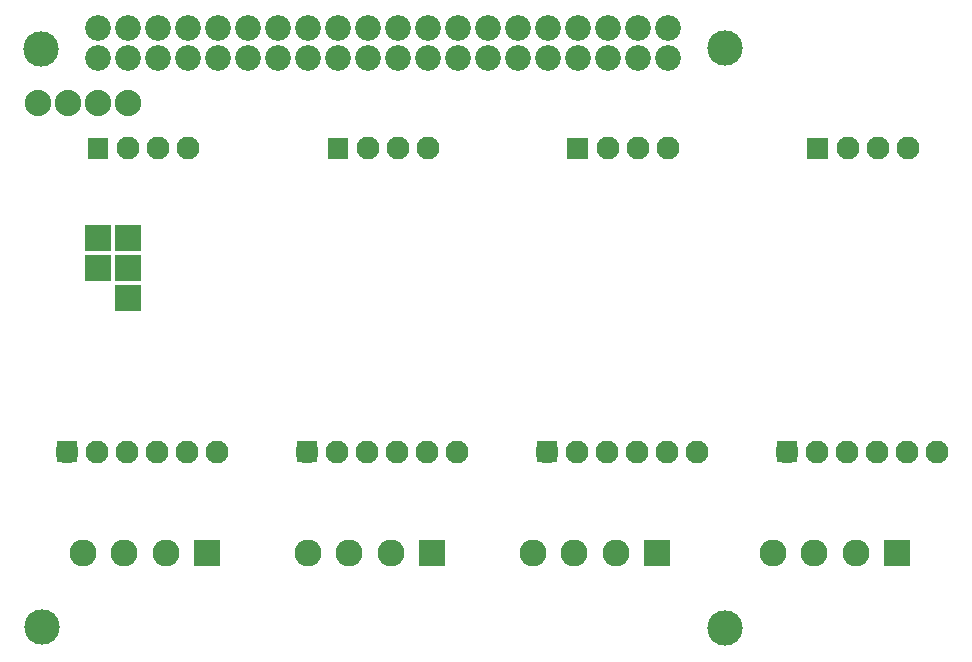
<source format=gbs>
G04 MADE WITH FRITZING*
G04 WWW.FRITZING.ORG*
G04 DOUBLE SIDED*
G04 HOLES PLATED*
G04 CONTOUR ON CENTER OF CONTOUR VECTOR*
%ASAXBY*%
%FSLAX23Y23*%
%MOIN*%
%OFA0B0*%
%SFA1.0B1.0*%
%ADD10C,0.076555*%
%ADD11C,0.059194*%
%ADD12C,0.090000*%
%ADD13C,0.088000*%
%ADD14C,0.085361*%
%ADD15C,0.118268*%
%ADD16R,0.090000X0.090000*%
%ADD17R,0.088740X0.088740*%
%ADD18R,0.001000X0.001000*%
%LNMASK0*%
G90*
G70*
G54D10*
X341Y726D03*
X441Y726D03*
X541Y726D03*
X641Y726D03*
X741Y726D03*
X241Y726D03*
X443Y1738D03*
X543Y1738D03*
G54D11*
X343Y1738D03*
G54D10*
X643Y1738D03*
X1141Y726D03*
X1241Y726D03*
X1341Y726D03*
X1441Y726D03*
X1541Y726D03*
X1041Y726D03*
X1243Y1738D03*
X1343Y1738D03*
G54D11*
X1143Y1738D03*
G54D10*
X1443Y1738D03*
X1941Y726D03*
X2041Y726D03*
X2141Y726D03*
X2241Y726D03*
X2341Y726D03*
X1841Y726D03*
X2043Y1738D03*
X2143Y1738D03*
G54D11*
X1943Y1738D03*
G54D10*
X2243Y1738D03*
X2741Y726D03*
X2841Y726D03*
X2941Y726D03*
X3041Y726D03*
X3141Y726D03*
X2641Y726D03*
X2843Y1738D03*
X2943Y1738D03*
G54D11*
X2743Y1738D03*
G54D10*
X3043Y1738D03*
G54D12*
X707Y388D03*
X569Y388D03*
X431Y388D03*
X293Y388D03*
X3007Y388D03*
X2869Y388D03*
X2731Y388D03*
X2593Y388D03*
X1457Y388D03*
X1319Y388D03*
X1181Y388D03*
X1043Y388D03*
X2207Y388D03*
X2069Y388D03*
X1931Y388D03*
X1793Y388D03*
G54D13*
X443Y1888D03*
X343Y1888D03*
X243Y1888D03*
X143Y1888D03*
G54D14*
X343Y2038D03*
X443Y2038D03*
X543Y2038D03*
X643Y2038D03*
X743Y2038D03*
X843Y2038D03*
X943Y2038D03*
X1043Y2038D03*
X1143Y2038D03*
X1243Y2038D03*
X1343Y2038D03*
X1443Y2038D03*
X1543Y2038D03*
X1643Y2038D03*
X1743Y2038D03*
X1843Y2038D03*
X1943Y2038D03*
X2043Y2038D03*
X2143Y2038D03*
X2243Y2038D03*
X2243Y2138D03*
X2143Y2138D03*
X2043Y2138D03*
X1943Y2138D03*
X1843Y2138D03*
X1743Y2138D03*
X1643Y2138D03*
X1543Y2138D03*
X1443Y2138D03*
X1343Y2138D03*
X1243Y2138D03*
X1143Y2138D03*
X1043Y2138D03*
X943Y2138D03*
X843Y2138D03*
X743Y2138D03*
X643Y2138D03*
X543Y2138D03*
X443Y2138D03*
X343Y2138D03*
G54D15*
X2433Y2072D03*
X153Y2071D03*
X157Y142D03*
X2432Y138D03*
G54D16*
X707Y388D03*
X3007Y388D03*
X1457Y388D03*
X2207Y388D03*
G54D17*
X443Y1238D03*
X343Y1338D03*
X443Y1338D03*
X343Y1438D03*
X443Y1438D03*
G54D18*
X309Y1773D02*
X377Y1773D01*
X1109Y1773D02*
X1177Y1773D01*
X1908Y1773D02*
X1977Y1773D01*
X2708Y1773D02*
X2777Y1773D01*
X309Y1772D02*
X377Y1772D01*
X1109Y1772D02*
X1177Y1772D01*
X1908Y1772D02*
X1977Y1772D01*
X2708Y1772D02*
X2777Y1772D01*
X309Y1771D02*
X377Y1771D01*
X1109Y1771D02*
X1177Y1771D01*
X1908Y1771D02*
X1977Y1771D01*
X2708Y1771D02*
X2777Y1771D01*
X309Y1770D02*
X377Y1770D01*
X1109Y1770D02*
X1177Y1770D01*
X1908Y1770D02*
X1977Y1770D01*
X2708Y1770D02*
X2777Y1770D01*
X309Y1769D02*
X377Y1769D01*
X1109Y1769D02*
X1177Y1769D01*
X1908Y1769D02*
X1977Y1769D01*
X2708Y1769D02*
X2777Y1769D01*
X309Y1768D02*
X377Y1768D01*
X1109Y1768D02*
X1177Y1768D01*
X1908Y1768D02*
X1977Y1768D01*
X2708Y1768D02*
X2777Y1768D01*
X309Y1767D02*
X377Y1767D01*
X1109Y1767D02*
X1177Y1767D01*
X1908Y1767D02*
X1977Y1767D01*
X2708Y1767D02*
X2777Y1767D01*
X309Y1766D02*
X377Y1766D01*
X1109Y1766D02*
X1177Y1766D01*
X1908Y1766D02*
X1977Y1766D01*
X2708Y1766D02*
X2777Y1766D01*
X309Y1765D02*
X377Y1765D01*
X1109Y1765D02*
X1177Y1765D01*
X1908Y1765D02*
X1977Y1765D01*
X2708Y1765D02*
X2777Y1765D01*
X309Y1764D02*
X377Y1764D01*
X1109Y1764D02*
X1177Y1764D01*
X1908Y1764D02*
X1977Y1764D01*
X2708Y1764D02*
X2777Y1764D01*
X309Y1763D02*
X377Y1763D01*
X1109Y1763D02*
X1177Y1763D01*
X1908Y1763D02*
X1977Y1763D01*
X2708Y1763D02*
X2777Y1763D01*
X309Y1762D02*
X377Y1762D01*
X1109Y1762D02*
X1177Y1762D01*
X1908Y1762D02*
X1977Y1762D01*
X2708Y1762D02*
X2777Y1762D01*
X309Y1761D02*
X377Y1761D01*
X1109Y1761D02*
X1177Y1761D01*
X1908Y1761D02*
X1977Y1761D01*
X2708Y1761D02*
X2777Y1761D01*
X309Y1760D02*
X377Y1760D01*
X1109Y1760D02*
X1177Y1760D01*
X1908Y1760D02*
X1977Y1760D01*
X2708Y1760D02*
X2777Y1760D01*
X309Y1759D02*
X377Y1759D01*
X1109Y1759D02*
X1177Y1759D01*
X1908Y1759D02*
X1977Y1759D01*
X2708Y1759D02*
X2777Y1759D01*
X309Y1758D02*
X377Y1758D01*
X1109Y1758D02*
X1177Y1758D01*
X1908Y1758D02*
X1977Y1758D01*
X2708Y1758D02*
X2777Y1758D01*
X309Y1757D02*
X377Y1757D01*
X1109Y1757D02*
X1177Y1757D01*
X1908Y1757D02*
X1977Y1757D01*
X2708Y1757D02*
X2777Y1757D01*
X309Y1756D02*
X377Y1756D01*
X1109Y1756D02*
X1177Y1756D01*
X1908Y1756D02*
X1977Y1756D01*
X2708Y1756D02*
X2777Y1756D01*
X309Y1755D02*
X377Y1755D01*
X1109Y1755D02*
X1177Y1755D01*
X1908Y1755D02*
X1977Y1755D01*
X2708Y1755D02*
X2777Y1755D01*
X309Y1754D02*
X377Y1754D01*
X1109Y1754D02*
X1177Y1754D01*
X1908Y1754D02*
X1977Y1754D01*
X2708Y1754D02*
X2777Y1754D01*
X309Y1753D02*
X377Y1753D01*
X1109Y1753D02*
X1177Y1753D01*
X1908Y1753D02*
X1977Y1753D01*
X2708Y1753D02*
X2777Y1753D01*
X309Y1752D02*
X340Y1752D01*
X346Y1752D02*
X377Y1752D01*
X1109Y1752D02*
X1140Y1752D01*
X1146Y1752D02*
X1177Y1752D01*
X1908Y1752D02*
X1940Y1752D01*
X1946Y1752D02*
X1977Y1752D01*
X2708Y1752D02*
X2739Y1752D01*
X2746Y1752D02*
X2777Y1752D01*
X309Y1751D02*
X337Y1751D01*
X349Y1751D02*
X377Y1751D01*
X1109Y1751D02*
X1137Y1751D01*
X1149Y1751D02*
X1177Y1751D01*
X1908Y1751D02*
X1937Y1751D01*
X1949Y1751D02*
X1977Y1751D01*
X2708Y1751D02*
X2736Y1751D01*
X2749Y1751D02*
X2777Y1751D01*
X309Y1750D02*
X335Y1750D01*
X351Y1750D02*
X377Y1750D01*
X1109Y1750D02*
X1135Y1750D01*
X1151Y1750D02*
X1177Y1750D01*
X1908Y1750D02*
X1935Y1750D01*
X1951Y1750D02*
X1977Y1750D01*
X2708Y1750D02*
X2735Y1750D01*
X2751Y1750D02*
X2777Y1750D01*
X309Y1749D02*
X334Y1749D01*
X352Y1749D02*
X377Y1749D01*
X1109Y1749D02*
X1134Y1749D01*
X1152Y1749D02*
X1177Y1749D01*
X1908Y1749D02*
X1934Y1749D01*
X1952Y1749D02*
X1977Y1749D01*
X2708Y1749D02*
X2734Y1749D01*
X2752Y1749D02*
X2777Y1749D01*
X309Y1748D02*
X333Y1748D01*
X353Y1748D02*
X377Y1748D01*
X1109Y1748D02*
X1133Y1748D01*
X1153Y1748D02*
X1177Y1748D01*
X1908Y1748D02*
X1933Y1748D01*
X1953Y1748D02*
X1977Y1748D01*
X2708Y1748D02*
X2732Y1748D01*
X2753Y1748D02*
X2777Y1748D01*
X309Y1747D02*
X332Y1747D01*
X354Y1747D02*
X377Y1747D01*
X1109Y1747D02*
X1132Y1747D01*
X1154Y1747D02*
X1177Y1747D01*
X1908Y1747D02*
X1932Y1747D01*
X1954Y1747D02*
X1977Y1747D01*
X2708Y1747D02*
X2732Y1747D01*
X2754Y1747D02*
X2777Y1747D01*
X309Y1746D02*
X331Y1746D01*
X355Y1746D02*
X377Y1746D01*
X1109Y1746D02*
X1131Y1746D01*
X1155Y1746D02*
X1177Y1746D01*
X1908Y1746D02*
X1931Y1746D01*
X1955Y1746D02*
X1977Y1746D01*
X2708Y1746D02*
X2731Y1746D01*
X2755Y1746D02*
X2777Y1746D01*
X309Y1745D02*
X330Y1745D01*
X355Y1745D02*
X377Y1745D01*
X1109Y1745D02*
X1130Y1745D01*
X1155Y1745D02*
X1177Y1745D01*
X1908Y1745D02*
X1930Y1745D01*
X1955Y1745D02*
X1977Y1745D01*
X2708Y1745D02*
X2730Y1745D01*
X2755Y1745D02*
X2777Y1745D01*
X309Y1744D02*
X330Y1744D01*
X356Y1744D02*
X377Y1744D01*
X1109Y1744D02*
X1130Y1744D01*
X1156Y1744D02*
X1177Y1744D01*
X1908Y1744D02*
X1930Y1744D01*
X1956Y1744D02*
X1977Y1744D01*
X2708Y1744D02*
X2730Y1744D01*
X2756Y1744D02*
X2777Y1744D01*
X309Y1743D02*
X330Y1743D01*
X356Y1743D02*
X377Y1743D01*
X1109Y1743D02*
X1129Y1743D01*
X1156Y1743D02*
X1177Y1743D01*
X1908Y1743D02*
X1929Y1743D01*
X1956Y1743D02*
X1977Y1743D01*
X2708Y1743D02*
X2729Y1743D01*
X2756Y1743D02*
X2777Y1743D01*
X309Y1742D02*
X329Y1742D01*
X357Y1742D02*
X377Y1742D01*
X1109Y1742D02*
X1129Y1742D01*
X1156Y1742D02*
X1177Y1742D01*
X1908Y1742D02*
X1929Y1742D01*
X1956Y1742D02*
X1977Y1742D01*
X2708Y1742D02*
X2729Y1742D01*
X2756Y1742D02*
X2777Y1742D01*
X309Y1741D02*
X329Y1741D01*
X357Y1741D02*
X377Y1741D01*
X1109Y1741D02*
X1129Y1741D01*
X1157Y1741D02*
X1177Y1741D01*
X1908Y1741D02*
X1929Y1741D01*
X1957Y1741D02*
X1977Y1741D01*
X2708Y1741D02*
X2729Y1741D01*
X2757Y1741D02*
X2777Y1741D01*
X309Y1740D02*
X329Y1740D01*
X357Y1740D02*
X377Y1740D01*
X1109Y1740D02*
X1129Y1740D01*
X1157Y1740D02*
X1177Y1740D01*
X1908Y1740D02*
X1929Y1740D01*
X1957Y1740D02*
X1977Y1740D01*
X2708Y1740D02*
X2729Y1740D01*
X2757Y1740D02*
X2777Y1740D01*
X309Y1739D02*
X329Y1739D01*
X357Y1739D02*
X377Y1739D01*
X1109Y1739D02*
X1129Y1739D01*
X1157Y1739D02*
X1177Y1739D01*
X1908Y1739D02*
X1929Y1739D01*
X1957Y1739D02*
X1977Y1739D01*
X2708Y1739D02*
X2729Y1739D01*
X2757Y1739D02*
X2777Y1739D01*
X309Y1738D02*
X329Y1738D01*
X357Y1738D02*
X377Y1738D01*
X1109Y1738D02*
X1129Y1738D01*
X1157Y1738D02*
X1177Y1738D01*
X1908Y1738D02*
X1929Y1738D01*
X1957Y1738D02*
X1977Y1738D01*
X2708Y1738D02*
X2729Y1738D01*
X2757Y1738D02*
X2777Y1738D01*
X309Y1737D02*
X329Y1737D01*
X357Y1737D02*
X377Y1737D01*
X1109Y1737D02*
X1129Y1737D01*
X1157Y1737D02*
X1177Y1737D01*
X1908Y1737D02*
X1929Y1737D01*
X1957Y1737D02*
X1977Y1737D01*
X2708Y1737D02*
X2729Y1737D01*
X2757Y1737D02*
X2777Y1737D01*
X309Y1736D02*
X329Y1736D01*
X357Y1736D02*
X377Y1736D01*
X1109Y1736D02*
X1129Y1736D01*
X1157Y1736D02*
X1177Y1736D01*
X1908Y1736D02*
X1929Y1736D01*
X1957Y1736D02*
X1977Y1736D01*
X2708Y1736D02*
X2729Y1736D01*
X2757Y1736D02*
X2777Y1736D01*
X309Y1735D02*
X329Y1735D01*
X356Y1735D02*
X377Y1735D01*
X1109Y1735D02*
X1129Y1735D01*
X1156Y1735D02*
X1177Y1735D01*
X1908Y1735D02*
X1929Y1735D01*
X1956Y1735D02*
X1977Y1735D01*
X2708Y1735D02*
X2729Y1735D01*
X2756Y1735D02*
X2777Y1735D01*
X309Y1734D02*
X330Y1734D01*
X356Y1734D02*
X377Y1734D01*
X1109Y1734D02*
X1130Y1734D01*
X1156Y1734D02*
X1177Y1734D01*
X1908Y1734D02*
X1930Y1734D01*
X1956Y1734D02*
X1977Y1734D01*
X2708Y1734D02*
X2730Y1734D01*
X2756Y1734D02*
X2777Y1734D01*
X309Y1733D02*
X330Y1733D01*
X356Y1733D02*
X377Y1733D01*
X1109Y1733D02*
X1130Y1733D01*
X1156Y1733D02*
X1177Y1733D01*
X1908Y1733D02*
X1930Y1733D01*
X1956Y1733D02*
X1977Y1733D01*
X2708Y1733D02*
X2730Y1733D01*
X2756Y1733D02*
X2777Y1733D01*
X309Y1732D02*
X331Y1732D01*
X355Y1732D02*
X377Y1732D01*
X1109Y1732D02*
X1131Y1732D01*
X1155Y1732D02*
X1177Y1732D01*
X1908Y1732D02*
X1931Y1732D01*
X1955Y1732D02*
X1977Y1732D01*
X2708Y1732D02*
X2731Y1732D01*
X2755Y1732D02*
X2777Y1732D01*
X309Y1731D02*
X331Y1731D01*
X354Y1731D02*
X377Y1731D01*
X1109Y1731D02*
X1131Y1731D01*
X1154Y1731D02*
X1177Y1731D01*
X1908Y1731D02*
X1931Y1731D01*
X1954Y1731D02*
X1977Y1731D01*
X2708Y1731D02*
X2731Y1731D01*
X2754Y1731D02*
X2777Y1731D01*
X309Y1730D02*
X332Y1730D01*
X354Y1730D02*
X377Y1730D01*
X1109Y1730D02*
X1132Y1730D01*
X1154Y1730D02*
X1177Y1730D01*
X1908Y1730D02*
X1932Y1730D01*
X1954Y1730D02*
X1977Y1730D01*
X2708Y1730D02*
X2732Y1730D01*
X2753Y1730D02*
X2777Y1730D01*
X309Y1729D02*
X333Y1729D01*
X353Y1729D02*
X377Y1729D01*
X1109Y1729D02*
X1133Y1729D01*
X1153Y1729D02*
X1177Y1729D01*
X1908Y1729D02*
X1933Y1729D01*
X1953Y1729D02*
X1977Y1729D01*
X2708Y1729D02*
X2733Y1729D01*
X2753Y1729D02*
X2777Y1729D01*
X309Y1728D02*
X334Y1728D01*
X352Y1728D02*
X377Y1728D01*
X1109Y1728D02*
X1134Y1728D01*
X1151Y1728D02*
X1177Y1728D01*
X1908Y1728D02*
X1934Y1728D01*
X1951Y1728D02*
X1977Y1728D01*
X2708Y1728D02*
X2734Y1728D01*
X2751Y1728D02*
X2777Y1728D01*
X309Y1727D02*
X336Y1727D01*
X350Y1727D02*
X377Y1727D01*
X1109Y1727D02*
X1136Y1727D01*
X1150Y1727D02*
X1177Y1727D01*
X1908Y1727D02*
X1936Y1727D01*
X1950Y1727D02*
X1977Y1727D01*
X2708Y1727D02*
X2736Y1727D01*
X2750Y1727D02*
X2777Y1727D01*
X309Y1726D02*
X338Y1726D01*
X348Y1726D02*
X377Y1726D01*
X1109Y1726D02*
X1138Y1726D01*
X1148Y1726D02*
X1177Y1726D01*
X1908Y1726D02*
X1938Y1726D01*
X1948Y1726D02*
X1977Y1726D01*
X2708Y1726D02*
X2738Y1726D01*
X2748Y1726D02*
X2777Y1726D01*
X309Y1725D02*
X377Y1725D01*
X1109Y1725D02*
X1177Y1725D01*
X1908Y1725D02*
X1977Y1725D01*
X2708Y1725D02*
X2777Y1725D01*
X309Y1724D02*
X377Y1724D01*
X1109Y1724D02*
X1177Y1724D01*
X1908Y1724D02*
X1977Y1724D01*
X2708Y1724D02*
X2777Y1724D01*
X309Y1723D02*
X377Y1723D01*
X1109Y1723D02*
X1177Y1723D01*
X1908Y1723D02*
X1977Y1723D01*
X2708Y1723D02*
X2777Y1723D01*
X309Y1722D02*
X377Y1722D01*
X1109Y1722D02*
X1177Y1722D01*
X1908Y1722D02*
X1977Y1722D01*
X2708Y1722D02*
X2777Y1722D01*
X309Y1721D02*
X377Y1721D01*
X1109Y1721D02*
X1177Y1721D01*
X1908Y1721D02*
X1977Y1721D01*
X2708Y1721D02*
X2777Y1721D01*
X309Y1720D02*
X377Y1720D01*
X1109Y1720D02*
X1177Y1720D01*
X1908Y1720D02*
X1977Y1720D01*
X2708Y1720D02*
X2777Y1720D01*
X309Y1719D02*
X377Y1719D01*
X1109Y1719D02*
X1177Y1719D01*
X1908Y1719D02*
X1977Y1719D01*
X2708Y1719D02*
X2777Y1719D01*
X309Y1718D02*
X377Y1718D01*
X1109Y1718D02*
X1177Y1718D01*
X1908Y1718D02*
X1977Y1718D01*
X2708Y1718D02*
X2777Y1718D01*
X309Y1717D02*
X377Y1717D01*
X1109Y1717D02*
X1177Y1717D01*
X1908Y1717D02*
X1977Y1717D01*
X2708Y1717D02*
X2777Y1717D01*
X309Y1716D02*
X377Y1716D01*
X1109Y1716D02*
X1177Y1716D01*
X1908Y1716D02*
X1977Y1716D01*
X2708Y1716D02*
X2777Y1716D01*
X309Y1715D02*
X377Y1715D01*
X1109Y1715D02*
X1177Y1715D01*
X1908Y1715D02*
X1977Y1715D01*
X2708Y1715D02*
X2777Y1715D01*
X309Y1714D02*
X377Y1714D01*
X1109Y1714D02*
X1177Y1714D01*
X1908Y1714D02*
X1977Y1714D01*
X2708Y1714D02*
X2777Y1714D01*
X309Y1713D02*
X377Y1713D01*
X1109Y1713D02*
X1177Y1713D01*
X1908Y1713D02*
X1977Y1713D01*
X2708Y1713D02*
X2777Y1713D01*
X309Y1712D02*
X377Y1712D01*
X1109Y1712D02*
X1177Y1712D01*
X1908Y1712D02*
X1977Y1712D01*
X2708Y1712D02*
X2777Y1712D01*
X309Y1711D02*
X377Y1711D01*
X1109Y1711D02*
X1177Y1711D01*
X1908Y1711D02*
X1977Y1711D01*
X2708Y1711D02*
X2777Y1711D01*
X309Y1710D02*
X377Y1710D01*
X1109Y1710D02*
X1177Y1710D01*
X1908Y1710D02*
X1977Y1710D01*
X2708Y1710D02*
X2777Y1710D01*
X309Y1709D02*
X377Y1709D01*
X1109Y1709D02*
X1177Y1709D01*
X1908Y1709D02*
X1977Y1709D01*
X2708Y1709D02*
X2777Y1709D01*
X309Y1708D02*
X377Y1708D01*
X1109Y1708D02*
X1177Y1708D01*
X1908Y1708D02*
X1977Y1708D01*
X2708Y1708D02*
X2777Y1708D01*
X309Y1707D02*
X377Y1707D01*
X1109Y1707D02*
X1177Y1707D01*
X1908Y1707D02*
X1977Y1707D01*
X2708Y1707D02*
X2777Y1707D01*
X309Y1706D02*
X377Y1706D01*
X1109Y1706D02*
X1177Y1706D01*
X1908Y1706D02*
X1977Y1706D01*
X2708Y1706D02*
X2777Y1706D01*
X309Y1705D02*
X377Y1705D01*
X1109Y1705D02*
X1177Y1705D01*
X1908Y1705D02*
X1977Y1705D01*
X2708Y1705D02*
X2777Y1705D01*
X309Y1704D02*
X377Y1704D01*
X1109Y1704D02*
X1177Y1704D01*
X1909Y1704D02*
X1977Y1704D01*
X2709Y1704D02*
X2777Y1704D01*
X206Y761D02*
X274Y761D01*
X1006Y761D02*
X1074Y761D01*
X1806Y761D02*
X1874Y761D01*
X2606Y761D02*
X2674Y761D01*
X206Y760D02*
X274Y760D01*
X1006Y760D02*
X1074Y760D01*
X1806Y760D02*
X1874Y760D01*
X2606Y760D02*
X2674Y760D01*
X206Y759D02*
X274Y759D01*
X1006Y759D02*
X1074Y759D01*
X1806Y759D02*
X1874Y759D01*
X2606Y759D02*
X2674Y759D01*
X206Y758D02*
X274Y758D01*
X1006Y758D02*
X1074Y758D01*
X1806Y758D02*
X1874Y758D01*
X2606Y758D02*
X2674Y758D01*
X206Y757D02*
X274Y757D01*
X1006Y757D02*
X1074Y757D01*
X1806Y757D02*
X1874Y757D01*
X2606Y757D02*
X2674Y757D01*
X206Y756D02*
X274Y756D01*
X1006Y756D02*
X1074Y756D01*
X1806Y756D02*
X1874Y756D01*
X2606Y756D02*
X2674Y756D01*
X206Y755D02*
X274Y755D01*
X1006Y755D02*
X1074Y755D01*
X1806Y755D02*
X1874Y755D01*
X2606Y755D02*
X2674Y755D01*
X206Y754D02*
X274Y754D01*
X1006Y754D02*
X1074Y754D01*
X1806Y754D02*
X1874Y754D01*
X2606Y754D02*
X2674Y754D01*
X206Y753D02*
X274Y753D01*
X1006Y753D02*
X1074Y753D01*
X1806Y753D02*
X1874Y753D01*
X2606Y753D02*
X2674Y753D01*
X206Y752D02*
X274Y752D01*
X1006Y752D02*
X1074Y752D01*
X1806Y752D02*
X1874Y752D01*
X2606Y752D02*
X2674Y752D01*
X206Y751D02*
X274Y751D01*
X1006Y751D02*
X1074Y751D01*
X1806Y751D02*
X1874Y751D01*
X2606Y751D02*
X2674Y751D01*
X206Y750D02*
X274Y750D01*
X1006Y750D02*
X1074Y750D01*
X1806Y750D02*
X1874Y750D01*
X2606Y750D02*
X2674Y750D01*
X206Y749D02*
X274Y749D01*
X1006Y749D02*
X1074Y749D01*
X1806Y749D02*
X1874Y749D01*
X2606Y749D02*
X2674Y749D01*
X206Y748D02*
X274Y748D01*
X1006Y748D02*
X1074Y748D01*
X1806Y748D02*
X1874Y748D01*
X2606Y748D02*
X2674Y748D01*
X206Y747D02*
X274Y747D01*
X1006Y747D02*
X1074Y747D01*
X1806Y747D02*
X1874Y747D01*
X2606Y747D02*
X2674Y747D01*
X206Y746D02*
X274Y746D01*
X1006Y746D02*
X1074Y746D01*
X1806Y746D02*
X1874Y746D01*
X2606Y746D02*
X2674Y746D01*
X206Y745D02*
X274Y745D01*
X1006Y745D02*
X1074Y745D01*
X1806Y745D02*
X1874Y745D01*
X2606Y745D02*
X2674Y745D01*
X206Y744D02*
X274Y744D01*
X1006Y744D02*
X1074Y744D01*
X1806Y744D02*
X1874Y744D01*
X2606Y744D02*
X2674Y744D01*
X206Y743D02*
X274Y743D01*
X1006Y743D02*
X1074Y743D01*
X1806Y743D02*
X1874Y743D01*
X2606Y743D02*
X2674Y743D01*
X206Y742D02*
X274Y742D01*
X1006Y742D02*
X1074Y742D01*
X1806Y742D02*
X1874Y742D01*
X2606Y742D02*
X2674Y742D01*
X206Y741D02*
X274Y741D01*
X1006Y741D02*
X1074Y741D01*
X1806Y741D02*
X1874Y741D01*
X2606Y741D02*
X2674Y741D01*
X206Y740D02*
X237Y740D01*
X243Y740D02*
X274Y740D01*
X1006Y740D02*
X1037Y740D01*
X1043Y740D02*
X1074Y740D01*
X1806Y740D02*
X1837Y740D01*
X1843Y740D02*
X1874Y740D01*
X2606Y740D02*
X2637Y740D01*
X2643Y740D02*
X2674Y740D01*
X206Y739D02*
X234Y739D01*
X246Y739D02*
X274Y739D01*
X1006Y739D02*
X1034Y739D01*
X1046Y739D02*
X1074Y739D01*
X1806Y739D02*
X1834Y739D01*
X1846Y739D02*
X1874Y739D01*
X2606Y739D02*
X2634Y739D01*
X2646Y739D02*
X2674Y739D01*
X206Y738D02*
X232Y738D01*
X248Y738D02*
X274Y738D01*
X1006Y738D02*
X1032Y738D01*
X1048Y738D02*
X1074Y738D01*
X1806Y738D02*
X1832Y738D01*
X1848Y738D02*
X1874Y738D01*
X2606Y738D02*
X2632Y738D01*
X2648Y738D02*
X2674Y738D01*
X206Y737D02*
X231Y737D01*
X249Y737D02*
X274Y737D01*
X1006Y737D02*
X1031Y737D01*
X1049Y737D02*
X1074Y737D01*
X1806Y737D02*
X1831Y737D01*
X1849Y737D02*
X1874Y737D01*
X2606Y737D02*
X2631Y737D01*
X2649Y737D02*
X2674Y737D01*
X206Y736D02*
X230Y736D01*
X250Y736D02*
X274Y736D01*
X1006Y736D02*
X1030Y736D01*
X1050Y736D02*
X1074Y736D01*
X1806Y736D02*
X1830Y736D01*
X1850Y736D02*
X1874Y736D01*
X2606Y736D02*
X2630Y736D01*
X2650Y736D02*
X2674Y736D01*
X206Y735D02*
X229Y735D01*
X251Y735D02*
X274Y735D01*
X1006Y735D02*
X1029Y735D01*
X1051Y735D02*
X1074Y735D01*
X1806Y735D02*
X1829Y735D01*
X1851Y735D02*
X1874Y735D01*
X2606Y735D02*
X2629Y735D01*
X2651Y735D02*
X2674Y735D01*
X206Y734D02*
X228Y734D01*
X252Y734D02*
X274Y734D01*
X1006Y734D02*
X1028Y734D01*
X1052Y734D02*
X1074Y734D01*
X1806Y734D02*
X1828Y734D01*
X1852Y734D02*
X1874Y734D01*
X2606Y734D02*
X2628Y734D01*
X2652Y734D02*
X2674Y734D01*
X206Y733D02*
X228Y733D01*
X253Y733D02*
X274Y733D01*
X1006Y733D02*
X1028Y733D01*
X1053Y733D02*
X1074Y733D01*
X1806Y733D02*
X1828Y733D01*
X1852Y733D02*
X1874Y733D01*
X2606Y733D02*
X2628Y733D01*
X2652Y733D02*
X2674Y733D01*
X206Y732D02*
X227Y732D01*
X253Y732D02*
X274Y732D01*
X1006Y732D02*
X1027Y732D01*
X1053Y732D02*
X1074Y732D01*
X1806Y732D02*
X1827Y732D01*
X1853Y732D02*
X1874Y732D01*
X2606Y732D02*
X2627Y732D01*
X2653Y732D02*
X2674Y732D01*
X206Y731D02*
X227Y731D01*
X253Y731D02*
X274Y731D01*
X1006Y731D02*
X1027Y731D01*
X1053Y731D02*
X1074Y731D01*
X1806Y731D02*
X1827Y731D01*
X1853Y731D02*
X1874Y731D01*
X2606Y731D02*
X2627Y731D01*
X2653Y731D02*
X2674Y731D01*
X206Y730D02*
X226Y730D01*
X254Y730D02*
X274Y730D01*
X1006Y730D02*
X1026Y730D01*
X1054Y730D02*
X1074Y730D01*
X1806Y730D02*
X1826Y730D01*
X1854Y730D02*
X1874Y730D01*
X2606Y730D02*
X2626Y730D01*
X2654Y730D02*
X2674Y730D01*
X206Y729D02*
X226Y729D01*
X254Y729D02*
X274Y729D01*
X1006Y729D02*
X1026Y729D01*
X1054Y729D02*
X1074Y729D01*
X1806Y729D02*
X1826Y729D01*
X1854Y729D02*
X1874Y729D01*
X2606Y729D02*
X2626Y729D01*
X2654Y729D02*
X2674Y729D01*
X206Y728D02*
X226Y728D01*
X254Y728D02*
X274Y728D01*
X1006Y728D02*
X1026Y728D01*
X1054Y728D02*
X1074Y728D01*
X1806Y728D02*
X1826Y728D01*
X1854Y728D02*
X1874Y728D01*
X2606Y728D02*
X2626Y728D01*
X2654Y728D02*
X2674Y728D01*
X206Y727D02*
X226Y727D01*
X254Y727D02*
X274Y727D01*
X1006Y727D02*
X1026Y727D01*
X1054Y727D02*
X1074Y727D01*
X1806Y727D02*
X1826Y727D01*
X1854Y727D02*
X1874Y727D01*
X2606Y727D02*
X2626Y727D01*
X2654Y727D02*
X2674Y727D01*
X206Y726D02*
X226Y726D01*
X254Y726D02*
X274Y726D01*
X1006Y726D02*
X1026Y726D01*
X1054Y726D02*
X1074Y726D01*
X1806Y726D02*
X1826Y726D01*
X1854Y726D02*
X1874Y726D01*
X2606Y726D02*
X2626Y726D01*
X2654Y726D02*
X2674Y726D01*
X206Y725D02*
X226Y725D01*
X254Y725D02*
X274Y725D01*
X1006Y725D02*
X1026Y725D01*
X1054Y725D02*
X1074Y725D01*
X1806Y725D02*
X1826Y725D01*
X1854Y725D02*
X1874Y725D01*
X2606Y725D02*
X2626Y725D01*
X2654Y725D02*
X2674Y725D01*
X206Y724D02*
X226Y724D01*
X254Y724D02*
X274Y724D01*
X1006Y724D02*
X1026Y724D01*
X1054Y724D02*
X1074Y724D01*
X1806Y724D02*
X1826Y724D01*
X1854Y724D02*
X1874Y724D01*
X2606Y724D02*
X2626Y724D01*
X2654Y724D02*
X2674Y724D01*
X206Y723D02*
X227Y723D01*
X254Y723D02*
X274Y723D01*
X1006Y723D02*
X1027Y723D01*
X1054Y723D02*
X1074Y723D01*
X1806Y723D02*
X1827Y723D01*
X1854Y723D02*
X1874Y723D01*
X2606Y723D02*
X2626Y723D01*
X2654Y723D02*
X2674Y723D01*
X206Y722D02*
X227Y722D01*
X253Y722D02*
X274Y722D01*
X1006Y722D02*
X1027Y722D01*
X1053Y722D02*
X1074Y722D01*
X1806Y722D02*
X1827Y722D01*
X1853Y722D02*
X1874Y722D01*
X2606Y722D02*
X2627Y722D01*
X2653Y722D02*
X2674Y722D01*
X206Y721D02*
X227Y721D01*
X253Y721D02*
X274Y721D01*
X1006Y721D02*
X1027Y721D01*
X1053Y721D02*
X1074Y721D01*
X1806Y721D02*
X1827Y721D01*
X1853Y721D02*
X1874Y721D01*
X2606Y721D02*
X2627Y721D01*
X2653Y721D02*
X2674Y721D01*
X206Y720D02*
X228Y720D01*
X252Y720D02*
X274Y720D01*
X1006Y720D02*
X1028Y720D01*
X1052Y720D02*
X1074Y720D01*
X1806Y720D02*
X1828Y720D01*
X1852Y720D02*
X1874Y720D01*
X2606Y720D02*
X2628Y720D01*
X2652Y720D02*
X2674Y720D01*
X206Y719D02*
X229Y719D01*
X252Y719D02*
X274Y719D01*
X1006Y719D02*
X1028Y719D01*
X1052Y719D02*
X1074Y719D01*
X1806Y719D02*
X1828Y719D01*
X1852Y719D02*
X1874Y719D01*
X2606Y719D02*
X2628Y719D01*
X2652Y719D02*
X2674Y719D01*
X206Y718D02*
X229Y718D01*
X251Y718D02*
X274Y718D01*
X1006Y718D02*
X1029Y718D01*
X1051Y718D02*
X1074Y718D01*
X1806Y718D02*
X1829Y718D01*
X1851Y718D02*
X1874Y718D01*
X2606Y718D02*
X2629Y718D01*
X2651Y718D02*
X2674Y718D01*
X206Y717D02*
X230Y717D01*
X250Y717D02*
X274Y717D01*
X1006Y717D02*
X1030Y717D01*
X1050Y717D02*
X1074Y717D01*
X1806Y717D02*
X1830Y717D01*
X1850Y717D02*
X1874Y717D01*
X2606Y717D02*
X2630Y717D01*
X2650Y717D02*
X2674Y717D01*
X206Y716D02*
X231Y716D01*
X249Y716D02*
X274Y716D01*
X1006Y716D02*
X1031Y716D01*
X1049Y716D02*
X1074Y716D01*
X1806Y716D02*
X1831Y716D01*
X1849Y716D02*
X1874Y716D01*
X2606Y716D02*
X2631Y716D01*
X2649Y716D02*
X2674Y716D01*
X206Y715D02*
X233Y715D01*
X247Y715D02*
X274Y715D01*
X1006Y715D02*
X1033Y715D01*
X1047Y715D02*
X1074Y715D01*
X1806Y715D02*
X1833Y715D01*
X1847Y715D02*
X1874Y715D01*
X2606Y715D02*
X2633Y715D01*
X2647Y715D02*
X2674Y715D01*
X206Y714D02*
X235Y714D01*
X245Y714D02*
X274Y714D01*
X1006Y714D02*
X1035Y714D01*
X1045Y714D02*
X1074Y714D01*
X1806Y714D02*
X1835Y714D01*
X1845Y714D02*
X1874Y714D01*
X2606Y714D02*
X2635Y714D01*
X2645Y714D02*
X2674Y714D01*
X206Y713D02*
X274Y713D01*
X1006Y713D02*
X1074Y713D01*
X1806Y713D02*
X1874Y713D01*
X2606Y713D02*
X2674Y713D01*
X206Y712D02*
X274Y712D01*
X1006Y712D02*
X1074Y712D01*
X1806Y712D02*
X1874Y712D01*
X2606Y712D02*
X2674Y712D01*
X206Y711D02*
X274Y711D01*
X1006Y711D02*
X1074Y711D01*
X1806Y711D02*
X1874Y711D01*
X2606Y711D02*
X2674Y711D01*
X206Y710D02*
X274Y710D01*
X1006Y710D02*
X1074Y710D01*
X1806Y710D02*
X1874Y710D01*
X2606Y710D02*
X2674Y710D01*
X206Y709D02*
X274Y709D01*
X1006Y709D02*
X1074Y709D01*
X1806Y709D02*
X1874Y709D01*
X2606Y709D02*
X2674Y709D01*
X206Y708D02*
X274Y708D01*
X1006Y708D02*
X1074Y708D01*
X1806Y708D02*
X1874Y708D01*
X2606Y708D02*
X2674Y708D01*
X206Y707D02*
X274Y707D01*
X1006Y707D02*
X1074Y707D01*
X1806Y707D02*
X1874Y707D01*
X2606Y707D02*
X2674Y707D01*
X206Y706D02*
X274Y706D01*
X1006Y706D02*
X1074Y706D01*
X1806Y706D02*
X1874Y706D01*
X2606Y706D02*
X2674Y706D01*
X206Y705D02*
X274Y705D01*
X1006Y705D02*
X1074Y705D01*
X1806Y705D02*
X1874Y705D01*
X2606Y705D02*
X2674Y705D01*
X206Y704D02*
X274Y704D01*
X1006Y704D02*
X1074Y704D01*
X1806Y704D02*
X1874Y704D01*
X2606Y704D02*
X2674Y704D01*
X206Y703D02*
X274Y703D01*
X1006Y703D02*
X1074Y703D01*
X1806Y703D02*
X1874Y703D01*
X2606Y703D02*
X2674Y703D01*
X206Y702D02*
X274Y702D01*
X1006Y702D02*
X1074Y702D01*
X1806Y702D02*
X1874Y702D01*
X2606Y702D02*
X2674Y702D01*
X206Y701D02*
X274Y701D01*
X1006Y701D02*
X1074Y701D01*
X1806Y701D02*
X1874Y701D01*
X2606Y701D02*
X2674Y701D01*
X206Y700D02*
X274Y700D01*
X1006Y700D02*
X1074Y700D01*
X1806Y700D02*
X1874Y700D01*
X2606Y700D02*
X2674Y700D01*
X206Y699D02*
X274Y699D01*
X1006Y699D02*
X1074Y699D01*
X1806Y699D02*
X1874Y699D01*
X2606Y699D02*
X2674Y699D01*
X206Y698D02*
X274Y698D01*
X1006Y698D02*
X1074Y698D01*
X1806Y698D02*
X1874Y698D01*
X2606Y698D02*
X2674Y698D01*
X206Y697D02*
X274Y697D01*
X1006Y697D02*
X1074Y697D01*
X1806Y697D02*
X1874Y697D01*
X2606Y697D02*
X2674Y697D01*
X206Y696D02*
X274Y696D01*
X1006Y696D02*
X1074Y696D01*
X1806Y696D02*
X1874Y696D01*
X2606Y696D02*
X2674Y696D01*
X206Y695D02*
X274Y695D01*
X1006Y695D02*
X1074Y695D01*
X1806Y695D02*
X1874Y695D01*
X2606Y695D02*
X2674Y695D01*
X206Y694D02*
X274Y694D01*
X1006Y694D02*
X1074Y694D01*
X1806Y694D02*
X1874Y694D01*
X2606Y694D02*
X2674Y694D01*
X206Y693D02*
X274Y693D01*
X1006Y693D02*
X1074Y693D01*
X1806Y693D02*
X1874Y693D01*
X2606Y693D02*
X2674Y693D01*
X206Y692D02*
X274Y692D01*
X1006Y692D02*
X1074Y692D01*
X1806Y692D02*
X1874Y692D01*
X2606Y692D02*
X2674Y692D01*
D02*
G04 End of Mask0*
M02*
</source>
